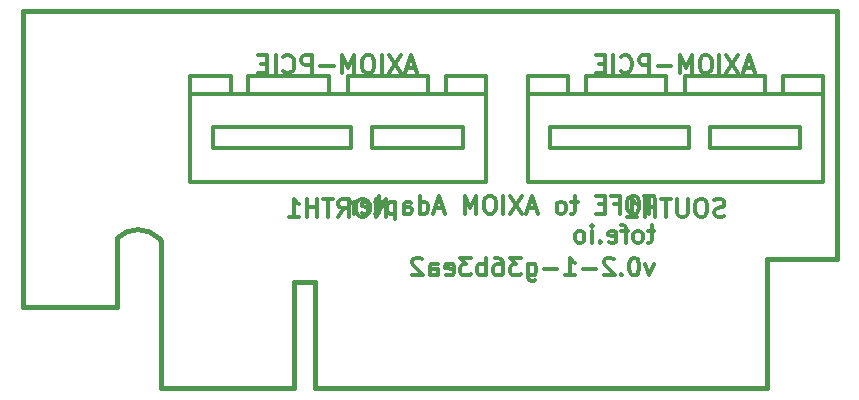
<source format=gbo>
G04 #@! TF.FileFunction,Legend,Bot*
%FSLAX46Y46*%
G04 Gerber Fmt 4.6, Leading zero omitted, Abs format (unit mm)*
G04 Created by KiCad (PCBNEW 4.0.2+e4-6225~38~ubuntu14.04.1-stable) date Mon Aug  1 22:56:21 2016*
%MOMM*%
G01*
G04 APERTURE LIST*
%ADD10C,0.350000*%
%ADD11C,0.375000*%
%ADD12C,0.381000*%
%ADD13C,0.304800*%
G04 APERTURE END LIST*
D10*
D11*
X49035714Y-8178571D02*
X48678571Y-9178571D01*
X48321429Y-8178571D01*
X47464286Y-7678571D02*
X47321429Y-7678571D01*
X47178572Y-7750000D01*
X47107143Y-7821429D01*
X47035714Y-7964286D01*
X46964286Y-8250000D01*
X46964286Y-8607143D01*
X47035714Y-8892857D01*
X47107143Y-9035714D01*
X47178572Y-9107143D01*
X47321429Y-9178571D01*
X47464286Y-9178571D01*
X47607143Y-9107143D01*
X47678572Y-9035714D01*
X47750000Y-8892857D01*
X47821429Y-8607143D01*
X47821429Y-8250000D01*
X47750000Y-7964286D01*
X47678572Y-7821429D01*
X47607143Y-7750000D01*
X47464286Y-7678571D01*
X46321429Y-9035714D02*
X46250001Y-9107143D01*
X46321429Y-9178571D01*
X46392858Y-9107143D01*
X46321429Y-9035714D01*
X46321429Y-9178571D01*
X45678572Y-7821429D02*
X45607143Y-7750000D01*
X45464286Y-7678571D01*
X45107143Y-7678571D01*
X44964286Y-7750000D01*
X44892857Y-7821429D01*
X44821429Y-7964286D01*
X44821429Y-8107143D01*
X44892857Y-8321429D01*
X45750000Y-9178571D01*
X44821429Y-9178571D01*
X44178572Y-8607143D02*
X43035715Y-8607143D01*
X41535715Y-9178571D02*
X42392858Y-9178571D01*
X41964286Y-9178571D02*
X41964286Y-7678571D01*
X42107143Y-7892857D01*
X42250001Y-8035714D01*
X42392858Y-8107143D01*
X40892858Y-8607143D02*
X39750001Y-8607143D01*
X38392858Y-8178571D02*
X38392858Y-9392857D01*
X38464287Y-9535714D01*
X38535715Y-9607143D01*
X38678572Y-9678571D01*
X38892858Y-9678571D01*
X39035715Y-9607143D01*
X38392858Y-9107143D02*
X38535715Y-9178571D01*
X38821429Y-9178571D01*
X38964287Y-9107143D01*
X39035715Y-9035714D01*
X39107144Y-8892857D01*
X39107144Y-8464286D01*
X39035715Y-8321429D01*
X38964287Y-8250000D01*
X38821429Y-8178571D01*
X38535715Y-8178571D01*
X38392858Y-8250000D01*
X37821429Y-7678571D02*
X36892858Y-7678571D01*
X37392858Y-8250000D01*
X37178572Y-8250000D01*
X37035715Y-8321429D01*
X36964286Y-8392857D01*
X36892858Y-8535714D01*
X36892858Y-8892857D01*
X36964286Y-9035714D01*
X37035715Y-9107143D01*
X37178572Y-9178571D01*
X37607144Y-9178571D01*
X37750001Y-9107143D01*
X37821429Y-9035714D01*
X35607144Y-7678571D02*
X35892858Y-7678571D01*
X36035715Y-7750000D01*
X36107144Y-7821429D01*
X36250001Y-8035714D01*
X36321430Y-8321429D01*
X36321430Y-8892857D01*
X36250001Y-9035714D01*
X36178573Y-9107143D01*
X36035715Y-9178571D01*
X35750001Y-9178571D01*
X35607144Y-9107143D01*
X35535715Y-9035714D01*
X35464287Y-8892857D01*
X35464287Y-8535714D01*
X35535715Y-8392857D01*
X35607144Y-8321429D01*
X35750001Y-8250000D01*
X36035715Y-8250000D01*
X36178573Y-8321429D01*
X36250001Y-8392857D01*
X36321430Y-8535714D01*
X34821430Y-9178571D02*
X34821430Y-7678571D01*
X34821430Y-8250000D02*
X34678573Y-8178571D01*
X34392859Y-8178571D01*
X34250002Y-8250000D01*
X34178573Y-8321429D01*
X34107144Y-8464286D01*
X34107144Y-8892857D01*
X34178573Y-9035714D01*
X34250002Y-9107143D01*
X34392859Y-9178571D01*
X34678573Y-9178571D01*
X34821430Y-9107143D01*
X33607144Y-7678571D02*
X32678573Y-7678571D01*
X33178573Y-8250000D01*
X32964287Y-8250000D01*
X32821430Y-8321429D01*
X32750001Y-8392857D01*
X32678573Y-8535714D01*
X32678573Y-8892857D01*
X32750001Y-9035714D01*
X32821430Y-9107143D01*
X32964287Y-9178571D01*
X33392859Y-9178571D01*
X33535716Y-9107143D01*
X33607144Y-9035714D01*
X31464288Y-9107143D02*
X31607145Y-9178571D01*
X31892859Y-9178571D01*
X32035716Y-9107143D01*
X32107145Y-8964286D01*
X32107145Y-8392857D01*
X32035716Y-8250000D01*
X31892859Y-8178571D01*
X31607145Y-8178571D01*
X31464288Y-8250000D01*
X31392859Y-8392857D01*
X31392859Y-8535714D01*
X32107145Y-8678571D01*
X30107145Y-9178571D02*
X30107145Y-8392857D01*
X30178574Y-8250000D01*
X30321431Y-8178571D01*
X30607145Y-8178571D01*
X30750002Y-8250000D01*
X30107145Y-9107143D02*
X30250002Y-9178571D01*
X30607145Y-9178571D01*
X30750002Y-9107143D01*
X30821431Y-8964286D01*
X30821431Y-8821429D01*
X30750002Y-8678571D01*
X30607145Y-8607143D01*
X30250002Y-8607143D01*
X30107145Y-8535714D01*
X29464288Y-7821429D02*
X29392859Y-7750000D01*
X29250002Y-7678571D01*
X28892859Y-7678571D01*
X28750002Y-7750000D01*
X28678573Y-7821429D01*
X28607145Y-7964286D01*
X28607145Y-8107143D01*
X28678573Y-8321429D01*
X29535716Y-9178571D01*
X28607145Y-9178571D01*
X49107143Y-2441071D02*
X48250000Y-2441071D01*
X48678571Y-3941071D02*
X48678571Y-2441071D01*
X47464286Y-2441071D02*
X47178572Y-2441071D01*
X47035714Y-2512500D01*
X46892857Y-2655357D01*
X46821429Y-2941071D01*
X46821429Y-3441071D01*
X46892857Y-3726786D01*
X47035714Y-3869643D01*
X47178572Y-3941071D01*
X47464286Y-3941071D01*
X47607143Y-3869643D01*
X47750000Y-3726786D01*
X47821429Y-3441071D01*
X47821429Y-2941071D01*
X47750000Y-2655357D01*
X47607143Y-2512500D01*
X47464286Y-2441071D01*
X45678571Y-3155357D02*
X46178571Y-3155357D01*
X46178571Y-3941071D02*
X46178571Y-2441071D01*
X45464285Y-2441071D01*
X44892857Y-3155357D02*
X44392857Y-3155357D01*
X44178571Y-3941071D02*
X44892857Y-3941071D01*
X44892857Y-2441071D01*
X44178571Y-2441071D01*
X42607143Y-2941071D02*
X42035714Y-2941071D01*
X42392857Y-2441071D02*
X42392857Y-3726786D01*
X42321429Y-3869643D01*
X42178571Y-3941071D01*
X42035714Y-3941071D01*
X41321428Y-3941071D02*
X41464286Y-3869643D01*
X41535714Y-3798214D01*
X41607143Y-3655357D01*
X41607143Y-3226786D01*
X41535714Y-3083929D01*
X41464286Y-3012500D01*
X41321428Y-2941071D01*
X41107143Y-2941071D01*
X40964286Y-3012500D01*
X40892857Y-3083929D01*
X40821428Y-3226786D01*
X40821428Y-3655357D01*
X40892857Y-3798214D01*
X40964286Y-3869643D01*
X41107143Y-3941071D01*
X41321428Y-3941071D01*
X39107143Y-3512500D02*
X38392857Y-3512500D01*
X39250000Y-3941071D02*
X38750000Y-2441071D01*
X38250000Y-3941071D01*
X37892857Y-2441071D02*
X36892857Y-3941071D01*
X36892857Y-2441071D02*
X37892857Y-3941071D01*
X36321429Y-3941071D02*
X36321429Y-2441071D01*
X35321429Y-2441071D02*
X35035715Y-2441071D01*
X34892857Y-2512500D01*
X34750000Y-2655357D01*
X34678572Y-2941071D01*
X34678572Y-3441071D01*
X34750000Y-3726786D01*
X34892857Y-3869643D01*
X35035715Y-3941071D01*
X35321429Y-3941071D01*
X35464286Y-3869643D01*
X35607143Y-3726786D01*
X35678572Y-3441071D01*
X35678572Y-2941071D01*
X35607143Y-2655357D01*
X35464286Y-2512500D01*
X35321429Y-2441071D01*
X34035714Y-3941071D02*
X34035714Y-2441071D01*
X33535714Y-3512500D01*
X33035714Y-2441071D01*
X33035714Y-3941071D01*
X31250000Y-3512500D02*
X30535714Y-3512500D01*
X31392857Y-3941071D02*
X30892857Y-2441071D01*
X30392857Y-3941071D01*
X29250000Y-3941071D02*
X29250000Y-2441071D01*
X29250000Y-3869643D02*
X29392857Y-3941071D01*
X29678571Y-3941071D01*
X29821429Y-3869643D01*
X29892857Y-3798214D01*
X29964286Y-3655357D01*
X29964286Y-3226786D01*
X29892857Y-3083929D01*
X29821429Y-3012500D01*
X29678571Y-2941071D01*
X29392857Y-2941071D01*
X29250000Y-3012500D01*
X27892857Y-3941071D02*
X27892857Y-3155357D01*
X27964286Y-3012500D01*
X28107143Y-2941071D01*
X28392857Y-2941071D01*
X28535714Y-3012500D01*
X27892857Y-3869643D02*
X28035714Y-3941071D01*
X28392857Y-3941071D01*
X28535714Y-3869643D01*
X28607143Y-3726786D01*
X28607143Y-3583929D01*
X28535714Y-3441071D01*
X28392857Y-3369643D01*
X28035714Y-3369643D01*
X27892857Y-3298214D01*
X27178571Y-2941071D02*
X27178571Y-4441071D01*
X27178571Y-3012500D02*
X27035714Y-2941071D01*
X26750000Y-2941071D01*
X26607143Y-3012500D01*
X26535714Y-3083929D01*
X26464285Y-3226786D01*
X26464285Y-3655357D01*
X26535714Y-3798214D01*
X26607143Y-3869643D01*
X26750000Y-3941071D01*
X27035714Y-3941071D01*
X27178571Y-3869643D01*
X26035714Y-2941071D02*
X25464285Y-2941071D01*
X25821428Y-2441071D02*
X25821428Y-3726786D01*
X25750000Y-3869643D01*
X25607142Y-3941071D01*
X25464285Y-3941071D01*
X24392857Y-3869643D02*
X24535714Y-3941071D01*
X24821428Y-3941071D01*
X24964285Y-3869643D01*
X25035714Y-3726786D01*
X25035714Y-3155357D01*
X24964285Y-3012500D01*
X24821428Y-2941071D01*
X24535714Y-2941071D01*
X24392857Y-3012500D01*
X24321428Y-3155357D01*
X24321428Y-3298214D01*
X25035714Y-3441071D01*
X23678571Y-3941071D02*
X23678571Y-2941071D01*
X23678571Y-3226786D02*
X23607143Y-3083929D01*
X23535714Y-3012500D01*
X23392857Y-2941071D01*
X23250000Y-2941071D01*
X49107143Y-5416071D02*
X48535714Y-5416071D01*
X48892857Y-4916071D02*
X48892857Y-6201786D01*
X48821429Y-6344643D01*
X48678571Y-6416071D01*
X48535714Y-6416071D01*
X47821428Y-6416071D02*
X47964286Y-6344643D01*
X48035714Y-6273214D01*
X48107143Y-6130357D01*
X48107143Y-5701786D01*
X48035714Y-5558929D01*
X47964286Y-5487500D01*
X47821428Y-5416071D01*
X47607143Y-5416071D01*
X47464286Y-5487500D01*
X47392857Y-5558929D01*
X47321428Y-5701786D01*
X47321428Y-6130357D01*
X47392857Y-6273214D01*
X47464286Y-6344643D01*
X47607143Y-6416071D01*
X47821428Y-6416071D01*
X46892857Y-5416071D02*
X46321428Y-5416071D01*
X46678571Y-6416071D02*
X46678571Y-5130357D01*
X46607143Y-4987500D01*
X46464285Y-4916071D01*
X46321428Y-4916071D01*
X45250000Y-6344643D02*
X45392857Y-6416071D01*
X45678571Y-6416071D01*
X45821428Y-6344643D01*
X45892857Y-6201786D01*
X45892857Y-5630357D01*
X45821428Y-5487500D01*
X45678571Y-5416071D01*
X45392857Y-5416071D01*
X45250000Y-5487500D01*
X45178571Y-5630357D01*
X45178571Y-5773214D01*
X45892857Y-5916071D01*
X44535714Y-6273214D02*
X44464286Y-6344643D01*
X44535714Y-6416071D01*
X44607143Y-6344643D01*
X44535714Y-6273214D01*
X44535714Y-6416071D01*
X43821428Y-6416071D02*
X43821428Y-5416071D01*
X43821428Y-4916071D02*
X43892857Y-4987500D01*
X43821428Y-5058929D01*
X43750000Y-4987500D01*
X43821428Y-4916071D01*
X43821428Y-5058929D01*
X42892856Y-6416071D02*
X43035714Y-6344643D01*
X43107142Y-6273214D01*
X43178571Y-6130357D01*
X43178571Y-5701786D01*
X43107142Y-5558929D01*
X43035714Y-5487500D01*
X42892856Y-5416071D01*
X42678571Y-5416071D01*
X42535714Y-5487500D01*
X42464285Y-5558929D01*
X42392856Y-5701786D01*
X42392856Y-6130357D01*
X42464285Y-6273214D01*
X42535714Y-6344643D01*
X42678571Y-6416071D01*
X42892856Y-6416071D01*
D12*
X20376000Y-9732000D02*
X18626000Y-9732000D01*
X18626000Y-9732000D02*
X18626000Y-18732000D01*
X20376000Y-18732000D02*
X20376000Y-9732000D01*
X7376000Y-6259360D02*
X7126000Y-6009360D01*
X7376000Y-6302060D02*
X7376000Y-18732000D01*
X-4374000Y13169900D02*
X-4374000Y-11832000D01*
X3601720Y-6070600D02*
X3601720Y-11832000D01*
X3548380Y-11832000D02*
X-4374000Y-11832000D01*
X58623200Y-7832000D02*
X64541400Y-7832000D01*
X64538860Y13169900D02*
X-4374000Y13169900D01*
X64541400Y-7823200D02*
X64541400Y13169900D01*
X18626000Y-18732000D02*
X7376000Y-18732000D01*
X58626000Y-18732000D02*
X20376000Y-18732000D01*
X58626000Y-7832000D02*
X58626000Y-18732000D01*
X7171515Y-6055408D02*
G75*
G03X3641240Y-6024600I-1780275J-1719192D01*
G01*
D13*
X52000360Y1568840D02*
X40301120Y1568840D01*
X40301120Y1568840D02*
X40301120Y3367160D01*
X52000360Y3367160D02*
X40301120Y3367160D01*
X53801220Y3367160D02*
X53801220Y1568840D01*
X53801220Y1568840D02*
X61451700Y1568840D01*
X61451700Y1568840D02*
X61451700Y3367160D01*
X61451700Y3367160D02*
X53801220Y3367160D01*
X52000360Y3367160D02*
X52000360Y1568840D01*
X60001360Y6168780D02*
X60001360Y7667380D01*
X60001360Y7667380D02*
X63399880Y7667380D01*
X63399880Y7667380D02*
X63399880Y6168780D01*
X51700640Y6168780D02*
X51700640Y7667380D01*
X51700640Y7667380D02*
X58500220Y7667380D01*
X58500220Y7667380D02*
X58500220Y6168780D01*
X43300860Y7667380D02*
X50100440Y7667380D01*
X50100440Y7667380D02*
X50100440Y6168780D01*
X43300860Y6168780D02*
X43300860Y7667380D01*
X38401200Y6168780D02*
X38401200Y7667380D01*
X38401200Y7667380D02*
X41799720Y7667380D01*
X41799720Y7667380D02*
X41799720Y6168780D01*
X38401200Y-1232780D02*
X38401200Y6168780D01*
X38401200Y6168780D02*
X63399880Y6168780D01*
X63399880Y6168780D02*
X63399880Y-1232780D01*
X63399880Y-1232780D02*
X38401200Y-1232780D01*
X23425360Y1568840D02*
X11726120Y1568840D01*
X11726120Y1568840D02*
X11726120Y3367160D01*
X23425360Y3367160D02*
X11726120Y3367160D01*
X25226220Y3367160D02*
X25226220Y1568840D01*
X25226220Y1568840D02*
X32876700Y1568840D01*
X32876700Y1568840D02*
X32876700Y3367160D01*
X32876700Y3367160D02*
X25226220Y3367160D01*
X23425360Y3367160D02*
X23425360Y1568840D01*
X31426360Y6168780D02*
X31426360Y7667380D01*
X31426360Y7667380D02*
X34824880Y7667380D01*
X34824880Y7667380D02*
X34824880Y6168780D01*
X23125640Y6168780D02*
X23125640Y7667380D01*
X23125640Y7667380D02*
X29925220Y7667380D01*
X29925220Y7667380D02*
X29925220Y6168780D01*
X14725860Y7667380D02*
X21525440Y7667380D01*
X21525440Y7667380D02*
X21525440Y6168780D01*
X14725860Y6168780D02*
X14725860Y7667380D01*
X9826200Y6168780D02*
X9826200Y7667380D01*
X9826200Y7667380D02*
X13224720Y7667380D01*
X13224720Y7667380D02*
X13224720Y6168780D01*
X9826200Y-1232780D02*
X9826200Y6168780D01*
X9826200Y6168780D02*
X34824880Y6168780D01*
X34824880Y6168780D02*
X34824880Y-1232780D01*
X34824880Y-1232780D02*
X9826200Y-1232780D01*
X55037111Y-4148337D02*
X54819397Y-4220909D01*
X54456540Y-4220909D01*
X54311397Y-4148337D01*
X54238826Y-4075766D01*
X54166254Y-3930623D01*
X54166254Y-3785480D01*
X54238826Y-3640337D01*
X54311397Y-3567766D01*
X54456540Y-3495194D01*
X54746826Y-3422623D01*
X54891968Y-3350051D01*
X54964540Y-3277480D01*
X55037111Y-3132337D01*
X55037111Y-2987194D01*
X54964540Y-2842051D01*
X54891968Y-2769480D01*
X54746826Y-2696909D01*
X54383968Y-2696909D01*
X54166254Y-2769480D01*
X53222825Y-2696909D02*
X52932539Y-2696909D01*
X52787397Y-2769480D01*
X52642254Y-2914623D01*
X52569682Y-3204909D01*
X52569682Y-3712909D01*
X52642254Y-4003194D01*
X52787397Y-4148337D01*
X52932539Y-4220909D01*
X53222825Y-4220909D01*
X53367968Y-4148337D01*
X53513111Y-4003194D01*
X53585682Y-3712909D01*
X53585682Y-3204909D01*
X53513111Y-2914623D01*
X53367968Y-2769480D01*
X53222825Y-2696909D01*
X51916540Y-2696909D02*
X51916540Y-3930623D01*
X51843968Y-4075766D01*
X51771397Y-4148337D01*
X51626254Y-4220909D01*
X51335968Y-4220909D01*
X51190826Y-4148337D01*
X51118254Y-4075766D01*
X51045683Y-3930623D01*
X51045683Y-2696909D01*
X50537683Y-2696909D02*
X49666826Y-2696909D01*
X50102255Y-4220909D02*
X50102255Y-2696909D01*
X49158826Y-4220909D02*
X49158826Y-2696909D01*
X49158826Y-3422623D02*
X48287969Y-3422623D01*
X48287969Y-4220909D02*
X48287969Y-2696909D01*
X46763969Y-4220909D02*
X47634826Y-4220909D01*
X47199398Y-4220909D02*
X47199398Y-2696909D01*
X47344541Y-2914623D01*
X47489683Y-3059766D01*
X47634826Y-3132337D01*
X57440285Y8382000D02*
X56714571Y8382000D01*
X57585428Y7946571D02*
X57077428Y9470571D01*
X56569428Y7946571D01*
X56206571Y9470571D02*
X55190571Y7946571D01*
X55190571Y9470571D02*
X56206571Y7946571D01*
X54609999Y7946571D02*
X54609999Y9470571D01*
X53593999Y9470571D02*
X53303713Y9470571D01*
X53158571Y9398000D01*
X53013428Y9252857D01*
X52940856Y8962571D01*
X52940856Y8454571D01*
X53013428Y8164286D01*
X53158571Y8019143D01*
X53303713Y7946571D01*
X53593999Y7946571D01*
X53739142Y8019143D01*
X53884285Y8164286D01*
X53956856Y8454571D01*
X53956856Y8962571D01*
X53884285Y9252857D01*
X53739142Y9398000D01*
X53593999Y9470571D01*
X52287714Y7946571D02*
X52287714Y9470571D01*
X51779714Y8382000D01*
X51271714Y9470571D01*
X51271714Y7946571D01*
X50546000Y8527143D02*
X49384857Y8527143D01*
X48659143Y7946571D02*
X48659143Y9470571D01*
X48078571Y9470571D01*
X47933429Y9398000D01*
X47860857Y9325429D01*
X47788286Y9180286D01*
X47788286Y8962571D01*
X47860857Y8817429D01*
X47933429Y8744857D01*
X48078571Y8672286D01*
X48659143Y8672286D01*
X46264286Y8091714D02*
X46336857Y8019143D01*
X46554571Y7946571D01*
X46699714Y7946571D01*
X46917429Y8019143D01*
X47062571Y8164286D01*
X47135143Y8309429D01*
X47207714Y8599714D01*
X47207714Y8817429D01*
X47135143Y9107714D01*
X47062571Y9252857D01*
X46917429Y9398000D01*
X46699714Y9470571D01*
X46554571Y9470571D01*
X46336857Y9398000D01*
X46264286Y9325429D01*
X45611143Y7946571D02*
X45611143Y9470571D01*
X44885429Y8744857D02*
X44377429Y8744857D01*
X44159715Y7946571D02*
X44885429Y7946571D01*
X44885429Y9470571D01*
X44159715Y9470571D01*
X26425825Y-4220909D02*
X26425825Y-2696909D01*
X25554968Y-4220909D01*
X25554968Y-2696909D01*
X24538968Y-2696909D02*
X24248682Y-2696909D01*
X24103540Y-2769480D01*
X23958397Y-2914623D01*
X23885825Y-3204909D01*
X23885825Y-3712909D01*
X23958397Y-4003194D01*
X24103540Y-4148337D01*
X24248682Y-4220909D01*
X24538968Y-4220909D01*
X24684111Y-4148337D01*
X24829254Y-4003194D01*
X24901825Y-3712909D01*
X24901825Y-3204909D01*
X24829254Y-2914623D01*
X24684111Y-2769480D01*
X24538968Y-2696909D01*
X22361826Y-4220909D02*
X22869826Y-3495194D01*
X23232683Y-4220909D02*
X23232683Y-2696909D01*
X22652111Y-2696909D01*
X22506969Y-2769480D01*
X22434397Y-2842051D01*
X22361826Y-2987194D01*
X22361826Y-3204909D01*
X22434397Y-3350051D01*
X22506969Y-3422623D01*
X22652111Y-3495194D01*
X23232683Y-3495194D01*
X21926397Y-2696909D02*
X21055540Y-2696909D01*
X21490969Y-4220909D02*
X21490969Y-2696909D01*
X20547540Y-4220909D02*
X20547540Y-2696909D01*
X20547540Y-3422623D02*
X19676683Y-3422623D01*
X19676683Y-4220909D02*
X19676683Y-2696909D01*
X18152683Y-4220909D02*
X19023540Y-4220909D01*
X18588112Y-4220909D02*
X18588112Y-2696909D01*
X18733255Y-2914623D01*
X18878397Y-3059766D01*
X19023540Y-3132337D01*
X28865285Y8382000D02*
X28139571Y8382000D01*
X29010428Y7946571D02*
X28502428Y9470571D01*
X27994428Y7946571D01*
X27631571Y9470571D02*
X26615571Y7946571D01*
X26615571Y9470571D02*
X27631571Y7946571D01*
X26034999Y7946571D02*
X26034999Y9470571D01*
X25018999Y9470571D02*
X24728713Y9470571D01*
X24583571Y9398000D01*
X24438428Y9252857D01*
X24365856Y8962571D01*
X24365856Y8454571D01*
X24438428Y8164286D01*
X24583571Y8019143D01*
X24728713Y7946571D01*
X25018999Y7946571D01*
X25164142Y8019143D01*
X25309285Y8164286D01*
X25381856Y8454571D01*
X25381856Y8962571D01*
X25309285Y9252857D01*
X25164142Y9398000D01*
X25018999Y9470571D01*
X23712714Y7946571D02*
X23712714Y9470571D01*
X23204714Y8382000D01*
X22696714Y9470571D01*
X22696714Y7946571D01*
X21971000Y8527143D02*
X20809857Y8527143D01*
X20084143Y7946571D02*
X20084143Y9470571D01*
X19503571Y9470571D01*
X19358429Y9398000D01*
X19285857Y9325429D01*
X19213286Y9180286D01*
X19213286Y8962571D01*
X19285857Y8817429D01*
X19358429Y8744857D01*
X19503571Y8672286D01*
X20084143Y8672286D01*
X17689286Y8091714D02*
X17761857Y8019143D01*
X17979571Y7946571D01*
X18124714Y7946571D01*
X18342429Y8019143D01*
X18487571Y8164286D01*
X18560143Y8309429D01*
X18632714Y8599714D01*
X18632714Y8817429D01*
X18560143Y9107714D01*
X18487571Y9252857D01*
X18342429Y9398000D01*
X18124714Y9470571D01*
X17979571Y9470571D01*
X17761857Y9398000D01*
X17689286Y9325429D01*
X17036143Y7946571D02*
X17036143Y9470571D01*
X16310429Y8744857D02*
X15802429Y8744857D01*
X15584715Y7946571D02*
X16310429Y7946571D01*
X16310429Y9470571D01*
X15584715Y9470571D01*
M02*

</source>
